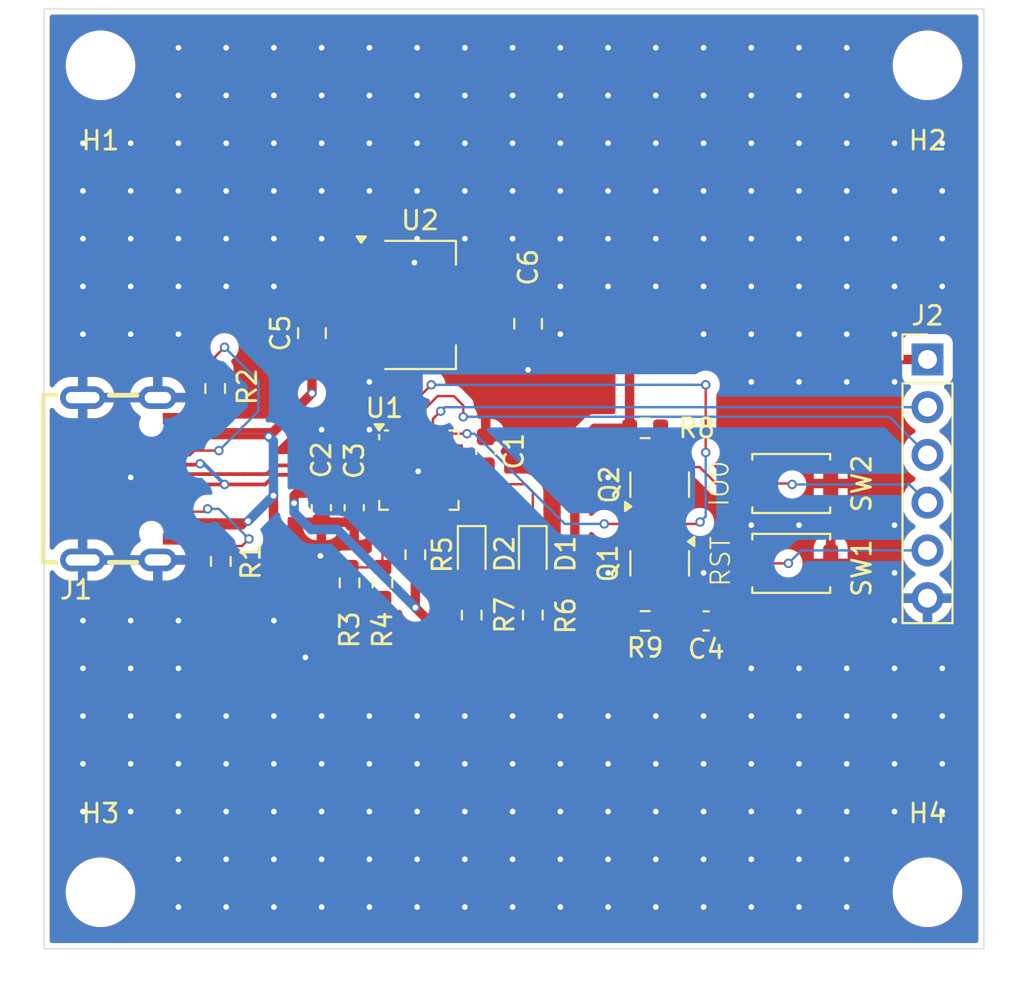
<source format=kicad_pcb>
(kicad_pcb (version 20240108) (generator "pcbnew") (generator_version "8.0")
  (layers (0 "F.Cu" signal) (31 "B.Cu" signal) (34 "B.Paste" user) (35 "F.Paste" user) (36 "B.SilkS" user "B.Silkscreen") (37 "F.SilkS" user "F.Silkscreen") (38 "B.Mask" user) (39 "F.Mask" user) (44 "Edge.Cuts" user))
  (net 0 "")
  (net 1 "GND")
  (net 2 "Net-(U1-VPP)")
  (net 3 "+3V3")
  (net 4 "/RESET")
  (net 5 "+5V")
  (net 6 "Net-(D1-A)")
  (net 7 "Net-(D1-K)")
  (net 8 "Net-(D2-K)")
  (net 9 "Net-(D2-A)")
  (net 11 "/D+")
  (net 12 "/D-")
  (net 13 "Net-(J1-CC1)")
  (net 15 "Net-(J1-CC2)")
  (net 16 "/ESP_RX")
  (net 17 "/ESP_TX")
  (net 18 "/IO0")
  (net 19 "/DTR")
  (net 20 "/RTS")
  (net 21 "Net-(U1-VBUS)")
  (net 22 "Net-(U1-~{RST})")
  (footprint "Capacitor_SMD:C_0603_1608Metric" (layer "F.Cu") (at 91.5 76.5375 -90)
    (property "Reference" "C3")
    (property "Value" "1u")
  )
  (footprint "Resistor_SMD:R_0603_1608Metric" (layer "F.Cu") (at 93 80.5375 90)
    (property "Reference" "R4")
    (property "Value" "47k")
  )
  (footprint "Resistor_SMD:R_0603_1608Metric" (layer "F.Cu") (at 94.75 79.0375 -90)
    (property "Reference" "R5")
    (property "Value" "10k")
  )
  (footprint "Button_Switch_SMD:SW_Push_SPST_NO_Alps_SKRK" (layer "F.Cu") (at 114.75 79.5 180)
    (property "Reference" "SW1")
    (property "Value" "SW_Push")
  )
  (footprint "Resistor_SMD:R_0603_1608Metric" (layer "F.Cu") (at 84.4 79.4 90)
    (property "Reference" "R1")
    (property "Value" "4.7k")
  )
  (footprint "Button_Switch_SMD:SW_Push_SPST_NO_Alps_SKRK" (layer "F.Cu") (at 114.75 75.25 180)
    (property "Reference" "SW2")
    (property "Value" "SW_Push")
  )
  (footprint "Resistor_SMD:R_0603_1608Metric" (layer "F.Cu") (at 106.975 72.3125 180)
    (property "Reference" "R8")
    (property "Value" "10k")
  )
  (footprint "Package_DFN_QFN:QFN-24-1EP_4x4mm_P0.5mm_EP2.6x2.6mm" (layer "F.Cu") (at 94.9375 74.5375)
    (property "Reference" "U1")
    (property "Value" "CP2104")
  )
  (footprint "LED_SMD:LED_0603_1608Metric" (layer "F.Cu") (at 101 79 -90)
    (property "Reference" "D1")
    (property "Value" "LED")
  )
  (footprint "Resistor_SMD:R_0603_1608Metric" (layer "F.Cu") (at 101 82.25 -90)
    (property "Reference" "R6")
    (property "Value" "1k")
  )
  (footprint "Capacitor_SMD:C_0603_1608Metric" (layer "F.Cu") (at 89.75 76.5375 -90)
    (property "Reference" "C2")
    (property "Value" "4.7u")
  )
  (footprint "Package_TO_SOT_SMD:SOT-23" (layer "F.Cu") (at 107.75 75.3125 90)
    (property "Reference" "Q2")
    (property "Value" "BSS138")
  )
  (footprint "Resistor_SMD:R_0603_1608Metric" (layer "F.Cu") (at 91.25 80.5375 -90)
    (property "Reference" "R3")
    (property "Value" "24k")
  )
  (footprint "Capacitor_SMD:C_0805_2012Metric" (layer "F.Cu") (at 89.25 67.25 90)
    (property "Reference" "C5")
    (property "Value" "10u")
  )
  (footprint "taki-library:918-418K2023S40024" (layer "F.Cu") (at 79.5 75 -90)
    (property "Reference" "J1")
    (property "Value" "USB_C_Receptacle_USB2.0")
  )
  (footprint "Resistor_SMD:R_0603_1608Metric" (layer "F.Cu") (at 106.975 82.5625 180)
    (property "Reference" "R9")
    (property "Value" "10k")
  )
  (footprint "Capacitor_SMD:C_0805_2012Metric" (layer "F.Cu") (at 100.75 66.75 -90)
    (property "Reference" "C6")
    (property "Value" "10u")
  )
  (footprint "MountingHole:MountingHole_3.2mm_M3" (layer "F.Cu") (at 122 53)
    (property "Reference" "H2")
    (property "Value" "MountingHole")
  )
  (footprint "Capacitor_SMD:C_0603_1608Metric" (layer "F.Cu") (at 110.225 82.5625)
    (property "Reference" "C4")
    (property "Value" "1000p")
  )
  (footprint "Resistor_SMD:R_0603_1608Metric" (layer "F.Cu") (at 84.1 70.2 90)
    (property "Reference" "R2")
    (property "Value" "4.7k")
  )
  (footprint "Package_TO_SOT_SMD:SOT-223-3_TabPin2" (layer "F.Cu") (at 95 65.75)
    (property "Reference" "U2")
    (property "Value" "LM1117-3.3")
  )
  (footprint "Package_TO_SOT_SMD:SOT-23" (layer "F.Cu") (at 107.75 79.5 -90)
    (property "Reference" "Q1")
    (property "Value" "BSS138")
  )
  (footprint "LED_SMD:LED_0603_1608Metric" (layer "F.Cu") (at 97.75 79 -90)
    (property "Reference" "D2")
    (property "Value" "LED")
  )
  (footprint "MountingHole:MountingHole_3.2mm_M3" (layer "F.Cu") (at 122 97)
    (property "Reference" "H4")
    (property "Value" "MountingHole")
  )
  (footprint "Capacitor_SMD:C_0603_1608Metric" (layer "F.Cu") (at 98.5 73.5375 90)
    (property "Reference" "C1")
    (property "Value" "4.7u")
  )
  (footprint "MountingHole:MountingHole_3.2mm_M3" (layer "F.Cu") (at 78 53)
    (property "Reference" "H1")
    (property "Value" "MountingHole")
  )
  (footprint "MountingHole:MountingHole_3.2mm_M3" (layer "F.Cu") (at 78 97)
    (property "Reference" "H3")
    (property "Value" "MountingHole")
  )
  (footprint "Resistor_SMD:R_0603_1608Metric" (layer "F.Cu") (at 97.75 82.25 -90)
    (property "Reference" "R7")
    (property "Value" "1k")
  )
  (footprint "Connector_PinHeader_2.54mm:PinHeader_1x06_P2.54mm_Vertical" (layer "F.Cu") (at 122 68.65)
    (property "Reference" "J2")
    (property "Value" "Conn_01x06")
  )
  (gr_line (start 75 50) (end 75 100) (stroke (width 0.05)) (layer "Edge.Cuts"))
  (gr_line (start 125 100) (end 125 50) (stroke (width 0.05)) (layer "Edge.Cuts"))
  (gr_line (start 125 50) (end 75 50) (stroke (width 0.05)) (layer "Edge.Cuts"))
  (gr_line (start 75 100) (end 125 100) (stroke (width 0.05)) (layer "Edge.Cuts"))
  (gr_text "RST" (at 111.575 80.8125 90) (layer "F.SilkS") (effects (font (size 1 1) (thickness 0.1)) (justify left bottom)))
  (gr_text "IO0\n" (at 111.5 76.5625 90) (layer "F.SilkS") (effects (font (size 1 1) (thickness 0.1)) (justify left bottom)))
  (segment (start 111 84) (end 110.5 84.5) (width 0.5) (layer "F.Cu") (net 1))
  (segment (start 100.5 69.9) (end 99.1 69.9) (width 0.5) (layer "F.Cu") (net 1))
  (segment (start 94.9375 74.5625) (end 94.9 74.6) (width 0.5) (layer "F.Cu") (net 1))
  (segment (start 83.25 71.35) (end 83.575 71.025) (width 0.3) (layer "F.Cu") (net 1))
  (segment (start 81.05 70.68) (end 82.58 70.68) (width 0.3) (layer "F.Cu") (net 1))
  (segment (start 89.95 63.45) (end 91.85 63.45) (width 0.3) (layer "F.Cu") (net 1))
  (segment (start 89.25 66.3) (end 89.25 64.15) (width 0.3) (layer "F.Cu") (net 1))
  (segment (start 89.75 79.05) (end 89.7 79.1) (width 0.5) (layer "F.Cu") (net 1))
  (segment (start 91.9 63.5) (end 91.85 63.45) (width 0.5) (layer "F.Cu") (net 1))
  (segment (start 122 81.35) (end 117.25 81.35) (width 0.5) (layer "F.Cu") (net 1))
  (segment (start 116.85 79.5) (end 116.85 81.75) (width 0.5) (layer "F.Cu") (net 1))
  (segment (start 100.75 69.2) (end 100.75 69.65) (width 0.5) (layer "F.Cu") (net 1))
  (segment (start 86.4 70.2) (end 86.4 67) (width 0.3) (layer "F.Cu") (net 1))
  (segment (start 82.518 79.318) (end 81.05 79.318) (width 0.3) (layer "F.Cu") (net 1))
  (segment (start 93 84.2) (end 93.3 84.5) (width 0.5) (layer "F.Cu") (net 1))
  (segment (start 116.85 81.75) (end 116.0375 82.5625) (width 0.5) (layer "F.Cu") (net 1))
  (segment (start 83.1 78.2) (end 83.1 78.4) (width 0.3) (layer "F.Cu") (net 1))
  (segment (start 116.85 75.25) (end 116.85 79.5) (width 0.5) (layer "F.Cu") (net 1))
  (segment (start 87.1 66.3) (end 89.25 66.3) (width 0.3) (layer "F.Cu") (net 1))
  (segment (start 116.0375 82.5625) (end 111 82.5625) (width 0.5) (layer "F.Cu") (net 1))
  (segment (start 81.95 71.95) (end 82.65 71.95) (width 0.3) (layer "F.Cu") (net 1))
  (segment (start 77.052 79.318) (end 77.05 79.32) (width 0.3) (layer "F.Cu") (net 1))
  (segment (start 83.1 79.9) (end 83.425 80.225) (width 0.3) (layer "F.Cu") (net 1))
  (segment (start 81.95 78.05) (end 82.95 78.05) (width 0.3) (layer "F.Cu") (net 1))
  (segment (start 100.75 67.7) (end 100.75 69.2) (width 0.5) (layer "F.Cu") (net 1))
  (segment (start 83.425 80.225) (end 84.4 80.225) (width 0.3) (layer "F.Cu") (net 1))
  (segment (start 99.1 69.9) (end 98.5 70.5) (width 0.5) (layer "F.Cu") (net 1))
  (segment (start 93.3 84.5) (end 88.9 84.5) (width 0.5) (layer "F.Cu") (net 1))
  (segment (start 110.5 84.5) (end 93.3 84.5) (width 0.5) (layer "F.Cu") (net 1))
  (segment (start 85.575 71.025) (end 86.4 70.2) (width 0.3) (layer "F.Cu") (net 1))
  (segment (start 86.4 67) (end 87.1 66.3) (width 0.3) (layer "F.Cu") (net 1))
  (segment (start 84.4 83.4) (end 84.4 80.225) (width 0.5) (layer "F.Cu") (net 1))
  (segment (start 98.5 70.5) (end 98.5 72.7625) (width 0.5) (layer "F.Cu") (net 1))
  (segment (start 94.7 63.5) (end 91.9 63.5) (width 0.5) (layer "F.Cu") (net 1))
  (segment (start 89.75 77.3125) (end 89.75 79.05) (width 0.5) (layer "F.Cu") (net 1))
  (segment (start 83.05 78.35) (end 83.1 78.4) (width 0.3) (layer "F.Cu") (net 1))
  (segment (start 81.95 71.95) (end 81.95 71.65) (width 0.3) (layer "F.Cu") (net 1))
  (segment (start 88.9 84.5) (end 85.5 84.5) (width 0.5) (layer "F.Cu") (net 1))
  (segment (start 81.05 70.68) (end 77.05 70.68) (width 0.3) (layer "F.Cu") (net 1))
  (segment (start 85.5 84.5) (end 84.4 83.4) (width 0.5) (layer "F.Cu") (net 1))
  (segment (start 81.95 71.65) (end 82.95 71.65) (width 0.3) (layer "F.Cu") (net 1))
  (segment (start 82.95 78.05) (end 83.1 78.2) (width 0.3) (layer "F.Cu") (net 1))
  (segment (start 83.425 80.225) (end 82.518 79.318) (width 0.3) (layer "F.Cu") (net 1))
  (segment (start 94.9375 74.5375) (end 94.9375 74.5625) (width 0.5) (layer "F.Cu") (net 1))
  (segment (start 83.575 71.025) (end 84.1 71.025) (width 0.3) (layer "F.Cu") (net 1))
  (segment (start 82.58 70.68) (end 83.25 71.35) (width 0.3) (layer "F.Cu") (net 1))
  (segment (start 82.95 71.65) (end 83.25 71.35) (width 0.3) (layer "F.Cu") (net 1))
  (segment (start 93 73.7875) (end 94.1875 73.7875) (width 0.127) (layer "F.Cu") (net 1))
  (segment (start 93 81.3625) (end 93 84.2) (width 0.5) (layer "F.Cu") (net 1))
  (segment (start 81.05 79.318) (end 77.052 79.318) (width 0.3) (layer "F.Cu") (net 1))
  (segment (start 84.1 71.025) (end 85.575 71.025) (width 0.3) (layer "F.Cu") (net 1))
  (segment (start 83.1 78.4) (end 83.1 79.9) (width 0.3) (layer "F.Cu") (net 1))
  (segment (start 100.75 69.65) (end 100.5 69.9) (width 0.5) (layer "F.Cu") (net 1))
  (segment (start 117.25 81.35) (end 116.85 81.75) (width 0.5) (layer "F.Cu") (net 1))
  (segment (start 111 82.5625) (end 111 84) (width 0.5) (layer "F.Cu") (net 1))
  (segment (start 81.95 78.35) (end 83.05 78.35) (width 0.3) (layer "F.Cu") (net 1))
  (segment (start 82.65 71.95) (end 82.95 71.65) (width 0.3) (layer "F.Cu") (net 1))
  (segment (start 89.25 64.15) (end 89.95 63.45) (width 0.3) (layer "F.Cu") (net 1))
  (segment (start 89.75 77.3125) (end 91.5 77.3125) (width 0.5) (layer "F.Cu") (net 1))
  (via (at 112.625 59.685) (size 0.5) (drill 0.3) (layers "F.Cu" "B.Cu") (net 1))
  (via (at 102.465 95.245) (size 0.5) (drill 0.3) (layers "F.Cu" "B.Cu") (net 1))
  (via (at 87.225 59.685) (size 0.5) (drill 0.3) (layers "F.Cu" "B.Cu") (net 1))
  (via (at 94.845 62.225) (size 0.5) (drill 0.3) (layers "F.Cu" "B.Cu") (net 1))
  (via (at 79.605 64.765) (size 0.5) (drill 0.3) (layers "F.Cu" "B.Cu") (net 1))
  (via (at 117.705 85.085) (size 0.5) (drill 0.3) (layers "F.Cu" "B.Cu") (net 1))
  (via (at 84.685 92.705) (size 0.5) (drill 0.3) (layers "F.Cu" "B.Cu") (net 1))
  (via (at 115.165 62.225) (size 0.5) (drill 0.3) (layers "F.Cu" "B.Cu") (net 1))
  (via (at 97.385 90.165) (size 0.5) (drill 0.3) (layers "F.Cu" "B.Cu") (net 1))
  (via (at 112.625 62.225) (size 0.5) (drill 0.3) (layers "F.Cu" "B.Cu") (net 1))
  (via (at 97.385 87.625) (size 0.5) (drill 0.3) (layers "F.Cu" "B.Cu") (net 1))
  (via (at 94.845 87.625) (size 0.5) (drill 0.3) (layers "F.Cu" "B.Cu") (net 1))
  (via (at 120.245 67.305) (size 0.5) (drill 0.3) (layers "F.Cu" "B.Cu") (net 1))
  (via (at 97.385 52.065) (size 0.5) (drill 0.3) (layers "F.Cu" "B.Cu") (net 1))
  (via (at 94.845 52.065) (size 0.5) (drill 0.3) (layers "F.Cu" "B.Cu") (net 1))
  (via (at 105.005 52.065) (size 0.5) (drill 0.3) (layers "F.Cu" "B.Cu") (net 1))
  (via (at 82.145 97.785) (size 0.5) (drill 0.3) (layers "F.Cu" "B.Cu") (net 1))
  (via (at 122.785 59.685) (size 0.5) (drill 0.3) (layers "F.Cu" "B.Cu") (net 1))
  (via (at 87.225 64.765) (size 0.5) (drill 0.3) (layers "F.Cu" "B.Cu") (net 1))
  (via (at 82.145 82.545) (size 0.5) (drill 0.3) (layers "F.Cu" "B.Cu") (net 1))
  (via (at 110.085 57.145) (size 0.5) (drill 0.3) (layers "F.Cu" "B.Cu") (net 1))
  (via (at 82.145 90.165) (size 0.5) (drill 0.3) (layers "F.Cu" "B.Cu") (net 1))
  (via (at 115.165 54.605) (size 0.5) (drill 0.3) (layers "F.Cu" "B.Cu") (net 1))
  (via (at 77.065 90.165) (size 0.5) (drill 0.3) (layers "F.Cu" "B.Cu") (net 1))
  (via (at 94.845 92.705) (size 0.5) (drill 0.3) (layers "F.Cu" "B.Cu") (net 1))
  (via (at 117.705 90.165) (size 0.5) (drill 0.3) (layers "F.Cu" "B.Cu") (net 1))
  (via (at 115.165 52.065) (size 0.5) (drill 0.3) (layers "F.Cu" "B.Cu") (net 1))
  (via (at 94.845 90.165) (size 0.5) (drill 0.3) (layers "F.Cu" "B.Cu") (net 1))
  (via (at 110.085 80.005) (size 0.5) (drill 0.3) (layers "F.Cu" "B.Cu") (net 1))
  (via (at 89.765 59.685) (size 0.5) (drill 0.3) (layers "F.Cu" "B.Cu") (net 1))
  (via (at 110.085 90.165) (size 0.5) (drill 0.3) (layers "F.Cu" "B.Cu") (net 1))
  (via (at 89.765 95.245) (size 0.5) (drill 0.3) (layers "F.Cu" "B.Cu") (net 1))
  (via (at 77.065 82.545) (size 0.5) (drill 0.3) (layers "F.Cu" "B.Cu") (net 1))
  (via (at 105.005 80.005) (size 0.5) (drill 0.3) (layers "F.Cu" "B.Cu") (net 1))
  (via (at 87.225 52.065) (size 0.5) (drill 0.3) (layers "F.Cu" "B.Cu") (net 1))
  (via (at 107.545 87.625) (size 0.5) (drill 0.3) (layers "F.Cu" "B.Cu") (net 1))
  (via (at 84.685 62.225) (size 0.5) (drill 0.3) (layers "F.Cu" "B.Cu") (net 1))
  (via (at 77.065 59.685) (size 0.5) (drill 0.3) (layers "F.Cu" "B.Cu") (net 1))
  (via (at 89.765 92.705) (size 0.5) (drill 0.3) (layers "F.Cu" "B.Cu") (net 1))
  (via (at 92.305 95.245) (size 0.5) (drill 0.3) (layers "F.Cu" "B.Cu") (net 1))
  (via (at 120.245 59.685) (size 0.5) (drill 0.3) (layers "F.Cu" "B.Cu") (net 1))
  (via (at 102.465 59.685) (size 0.5) (drill 0.3) (layers "F.Cu" "B.Cu") (net 1))
  (via (at 82.145 85.085) (size 0.5) (drill 0.3) (layers "F.Cu" "B.Cu") (net 1))
  (via (at 105.005 97.785) (size 0.5) (drill 0.3) (layers "F.Cu" "B.Cu") (net 1))
  (via (at 115.165 85.085) (size 0.5) (drill 0.3) (layers "F.Cu" "B.Cu") (net 1))
  (via (at 105.005 87.625) (size 0.5) (drill 0.3) (layers "F.Cu" "B.Cu") (net 1))
  (via (at 122.785 87.625) (size 0.5) (drill 0.3) (layers "F.Cu" "B.Cu") (net 1))
  (via (at 92.305 59.685) (size 0.5) (drill 0.3) (layers "F.Cu" "B.Cu") (net 1))
  (via (at 115.165 69.845) (size 0.5) (drill 0.3) (layers "F.Cu" "B.Cu") (net 1))
  (via (at 105.005 90.165) (size 0.5) (drill 0.3) (layers "F.Cu" "B.Cu") (net 1))
  (via (at 77.065 87.625) (size 0.5) (drill 0.3) (layers "F.Cu" "B.Cu") (net 1))
  (via (at 89.765 54.605) (size 0.5) (drill 0.3) (layers "F.Cu" "B.Cu") (net 1))
  (via (at 122.785 90.165) (size 0.5) (drill 0.3) (layers "F.Cu" "B.Cu") (net 1))
  (via (at 107.545 90.165) (size 0.5) (drill 0.3) (layers "F.Cu" "B.Cu") (net 1))
  (via (at 122.785 57.145) (size 0.5) (drill 0.3) (layers "F.Cu" "B.Cu") (net 1))
  (via (at 107.545 54.605) (size 0.5) (drill 0.3) (layers "F.Cu" "B.Cu") (net 1))
  (via (at 105.005 59.685) (size 0.5) (drill 0.3) (layers "F.Cu" "B.Cu") (net 1))
  (via (at 105.005 74.925) (size 0.5) (drill 0.3) (layers "F.Cu" "B.Cu") (net 1))
  (via (at 99.925 62.225) (size 0.5) (drill 0.3) (layers "F.Cu" "B.Cu") (net 1))
  (via (at 105.005 95.245) (size 0.5) (drill 0.3) (layers "F.Cu" "B.Cu") (net 1))
  (via (at 82.145 57.145) (size 0.5) (drill 0.3) (layers "F.Cu" "B.Cu") (net 1))
  (via (at 117.705 95.245) (size 0.5) (drill 0.3) (layers "F.Cu" "B.Cu") (net 1))
  (via (at 82.145 95.245) (size 0.5) (drill 0.3) (layers "F.Cu" "B.Cu") (net 1))
  (via (at 107.545 97.785) (size 0.5) (drill 0.3) (layers "F.Cu" "B.Cu") (net 1))
  (via (at 99.925 54.605) (size 0.5) (drill 0.3) (layers "F.Cu" "B.Cu") (net 1))
  (via (at 107.545 52.065) (size 0.5) (drill 0.3) (layers "F.Cu" "B.Cu") (net 1))
  (via (at 82.145 87.625) (size 0.5) (drill 0.3) (layers "F.Cu" "B.Cu") (net 1))
  (via (at 117.705 92.705) (size 0.5) (drill 0.3) (layers "F.Cu" "B.Cu") (net 1))
  (via (at 102.465 97.785) (size 0.5) (drill 0.3) (layers "F.Cu" "B.Cu") (net 1))
  (via (at 122.785 85.085) (size 0.5) (drill 0.3) (layers "F.Cu" "B.Cu") (net 1))
  (via (at 112.625 95.245) (size 0.5) (drill 0.3) (layers "F.Cu" "B.Cu") (net 1))
  (via (at 102.465 52.065) (size 0.5) (drill 0.3) (layers "F.Cu" "B.Cu") (net 1))
  (via (at 117.705 97.785) (size 0.5) (drill 0.3) (layers "F.Cu" "B.Cu") (net 1))
  (via (at 94.845 59.685) (size 0.5) (drill 0.3) (layers "F.Cu" "B.Cu") (net 1))
  (via (at 117.705 57.145) (size 0.5) (drill 0.3) (layers "F.Cu" "B.Cu") (net 1))
  (via (at 110.085 97.785) (size 0.5) (drill 0.3) (layers "F.Cu" "B.Cu") (net 1))
  (via (at 102.465 67.305) (size 0.5) (drill 0.3) (layers "F.Cu" "B.Cu") (net 1))
  (via (at 92.305 57.145) (size 0.5) (drill 0.3) (layers "F.Cu" "B.Cu") (net 1))
  (via (at 107.545 62.225) (size 0.5) (drill 0.3) (layers "F.Cu" "B.Cu") (net 1))
  (via (at 77.065 92.705) (size 0.5) (drill 0.3) (layers "F.Cu" "B.Cu") (net 1))
  (via (at 87.225 62.225) (size 0.5) (drill 0.3) (layers "F.Cu" "B.Cu") (net 1))
  (via (at 94.845 97.785) (size 0.5) (drill 0.3) (layers "F.Cu" "B.Cu") (net 1))
  (via (at 102.465 62.225) (size 0.5) (drill 0.3) (layers "F.Cu" "B.Cu") (net 1))
  (via (at 92.305 54.605) (size 0.5) (drill 0.3) (layers "F.Cu" "B.Cu") (net 1))
  (via (at 112.625 67.305) (size 0.5) (drill 0.3) (layers "F.Cu" "B.Cu") (net 1))
  (via (at 112.625 52.065) (size 0.5) (drill 0.3) (layers "F.Cu" "B.Cu") (net 1))
  (via (at 92.305 92.705) (size 0.5) (drill 0.3) (layers "F.Cu" "B.Cu") (net 1))
  (via (at 120.245 69.845) (size 0.5) (drill 0.3) (layers "F.Cu" "B.Cu") (net 1))
  (via (at 99.925 95.245) (size 0.5) (drill 0.3) (layers "F.Cu" "B.Cu") (net 1))
  (via (at 79.605 87.625) (size 0.5) (drill 0.3) (layers "F.Cu" "B.Cu") (net 1))
  (via (at 79.605 90.165) (size 0.5) (drill 0.3) (layers "F.Cu" "B.Cu") (net 1))
  (via (at 87.225 54.605) (size 0.5) (drill 0.3) (layers "F.Cu" "B.Cu") (net 1))
  (via (at 115.165 87.625) (size 0.5) (drill 0.3) (layers "F.Cu" "B.Cu") (net 1))
  (via (at 79.605 92.705) (size 0.5) (drill 0.3) (layers "F.Cu" "B.Cu") (net 1))
  (via (at 110.085 87.625) (size 0.5) (drill 0.3) (layers "F.Cu" "B.Cu") (net 1))
  (via (at 117.705 54.605) (size 0.5) (drill 0.3) (layers "F.Cu" "B.Cu") (net 1))
  (via (at 120.245 90.165) (size 0.5) (drill 0.3) (layers "F.Cu" "B.Cu") (net 1))
  (via (at 82.145 62.225) (size 0.5) (drill 0.3) (layers "F.Cu" "B.Cu") (net 1))
  (via (at 117.705 87.625) (size 0.5) (drill 0.3) (layers "F.Cu" "B.Cu") (net 1))
  (via (at 105.005 54.605) (size 0.5) (drill 0.3) (layers "F.Cu" "B.Cu") (net 1))
  (via (at 117.705 67.305) (size 0.5) (drill 0.3) (layers "F.Cu" "B.Cu") (net 1))
  (via (at 92.305 87.625) (size 0.5) (drill 0.3) (layers "F.Cu" "B.Cu") (net 1))
  (via (at 94.845 95.245) (size 0.5) (drill 0.3) (layers "F.Cu" "B.Cu") (net 1))
  (via (at 92.305 90.165) (size 0.5) (drill 0.3) (layers "F.Cu" "B.Cu") (net 1))
  (via (at 94.9 74.6) (size 0.5) (drill 0.3) (layers "F.Cu" "B.Cu") (net 1))
  (via (at 87.225 82.545) (size 0.5) (drill 0.3) (layers "F.Cu" "B.Cu") (net 1))
  (via (at 112.625 87.625) (size 0.5) (drill 0.3) (layers "F.Cu" "B.Cu") (net 1))
  (via (at 89.7 79.1) (size 0.5) (drill 0.3) (layers "F.Cu" "B.Cu") (net 1))
  (via (at 89.765 87.625) (size 0.5) (drill 0.3) (layers "F.Cu" "B.Cu") (net 1))
  (via (at 120.245 57.145) (size 0.5) (drill 0.3) (layers "F.Cu" "B.Cu") (net 1))
  (via (at 102.465 54.605) (size 0.5) (drill 0.3) (layers "F.Cu" "B.Cu") (net 1))
  (via (at 110.085 67.305) (size 0.5) (drill 0.3) (layers "F.Cu" "B.Cu") (net 1))
  (via (at 77.065 67.305) (size 0.5) (drill 0.3) (layers "F.Cu" "B.Cu") (net 1))
  (via (at 84.685 57.145) (size 0.5) (drill 0.3) (layers "F.Cu" "B.Cu") (net 1))
  (via (at 102.465 57.145) (size 0.5) (drill 0.3) (layers "F.Cu" "B.Cu") (net 1))
  (via (at 79.605 57.145) (size 0.5) (drill 0.3) (layers "F.Cu" "B.Cu") (net 1))
  (via (at 107.545 95.245) (size 0.5) (drill 0.3) (layers "F.Cu" "B.Cu") (net 1))
  (via (at 99.925 92.705) (size 0.5) (drill 0.3) (layers "F.Cu" "B.Cu") (net 1))
  (via (at 89.765 62.225) (size 0.5) (drill 0.3) (layers "F.Cu" "B.Cu") (net 1))
  (via (at 120.245 64.765) (size 0.5) (drill 0.3) (layers "F.Cu" "B.Cu") (net 1))
  (via (at 110.085 95.245) (size 0.5) (drill 0.3) (layers "F.Cu" "B.Cu") (net 1))
  (via (at 117.705 59.685) (size 0.5) (drill 0.3) (layers "F.Cu" "B.Cu") (net 1))
  (via (at 105.005 92.705) (size 0.5) (drill 0.3) (layers "F.Cu" "B.Cu") (net 1))
  (via (at 112.625 97.785) (size 0.5) (drill 0.3) (layers "F.Cu" "B.Cu") (net 1))
  (via (at 82.145 59.685) (size 0.5) (drill 0.3) (layers "F.Cu" "B.Cu") (net 1))
  (via (at 82.145 52.065) (size 0.5) (drill 0.3) (layers "F.Cu" "B.Cu") (net 1))
  (via (at 79.605 82.545) (size 0.5) (drill 0.3) (layers "F.Cu" "B.Cu") (net 1))
  (via (at 120.245 85.085) (size 0.5) (drill 0.3) (layers "F.Cu" "B.Cu") (net 1))
  (via (at 87.225 95.245) (size 0.5) (drill 0.3) (layers "F.Cu" "B.Cu") (net 1))
  (via (at 79.605 59.685) (size 0.5) (drill 0.3) (layers "F.Cu" "B.Cu") (net 1))
  (via (at 77.065 57.145) (size 0.5) (drill 0.3) (layers "F.Cu" "B.Cu") (net 1))
  (via (at 89.765 72.385) (size 0.5) (drill 0.3) (layers "F.Cu" "B.Cu") (net 1))
  (via (at 84.685 90.165) (size 0.5) (drill 0.3) (layers "F.Cu" "B.Cu") (net 1))
  (via (at 79.605 67.305) (size 0.5) (drill 0.3) (layers "F.Cu" "B.Cu") (net 1))
  (via (at 112.625 54.605) (size 0.5) (drill 0.3) (layers "F.Cu" "B.Cu") (net 1))
  (via (at 110.085 52.065) (size 0.5) (drill 0.3) (layers "F.Cu" "B.Cu") (net 1))
  (via (at 84.685 52.065) (size 0.5) (drill 0.3) (layers "F.Cu" "B.Cu") (net 1))
  (via (at 99.925 57.145) (size 0.5) (drill 0.3) (layers "F.Cu" "B.Cu") (net 1))
  (via (at 87.225 90.165) (size 0.5) (drill 0.3) (layers "F.Cu" "B.Cu") (net 1))
  (via (at 110.085 92.705) (size 0.5) (drill 0.3) (layers "F.Cu" "B.Cu") (net 1))
  (via (at 97.385 97.785) (size 0.5) (drill 0.3) (layers "F.Cu" "B.Cu") (net 1))
  (via (at 115.165 95.245) (size 0.5) (drill 0.3) (layers "F.Cu" "B.Cu") (net 1))
  (via (at 120.245 92.705) (size 0.5) (drill 0.3) (layers "F.Cu" "B.Cu") (net 1))
  (via (at 94.7 63.5) (size 0.5) (drill 0.3) (layers "F.Cu" "B.Cu") (net 1))
  (via (at 120.245 82.545) (size 0.5) (drill 0.3) (layers "F.Cu" "B.Cu") (net 1))
  (via (at 92.305 52.065) (size 0.5) (drill 0.3) (layers "F.Cu" "B.Cu") (net 1))
  (via (at 102.465 64.765) (size 0.5) (drill 0.3) (layers "F.Cu" "B.Cu") (net 1))
  (via (at 77.065 64.765) (size 0.5) (drill 0.3) (layers "F.Cu" "B.Cu") (net 1))
  (via (at 107.545 92.705) (size 0.5) (drill 0.3) (layers "F.Cu" "B.Cu") (net 1))
  (via (at 117.705 52.065) (size 0.5) (drill 0.3) (layers "F.Cu" "B.Cu") (net 1))
  (via (at 77.065 85.085) (size 0.5) (drill 0.3) (layers "F.Cu" "B.Cu") (net 1))
  (via (at 107.545 59.685) (size 0.5) (drill 0.3) (layers "F.Cu" "B.Cu") (net 1))
  (via (at 94.845 54.605) (size 0.5) (drill 0.3) (layers "F.Cu" "B.Cu") (net 1))
  (via (at 82.145 67.305) (size 0.5) (drill 0.3) (layers "F.Cu" "B.Cu") (net 1))
  (via (at 112.625 92.705) (size 0.5) (drill 0.3) (layers "F.Cu" "B.Cu") (net 1))
  (via (at 122.785 62.225) (size 0.5) (drill 0.3) (layers "F.Cu" "B.Cu") (net 1))
  (via (at 107.545 57.145) (size 0.5) (drill 0.3) (layers "F.Cu" "B.Cu") (net 1))
  (via (at 89.765 52.065) (size 0.5) (drill 0.3) (layers "F.Cu" "B.Cu") (net 1))
  (via (at 82.145 64.765) (size 0.5) (drill 0.3) (layers "F.Cu" "B.Cu") (net 1))
  (via (at 82.145 54.605) (size 0.5) (drill 0.3) (layers "F.Cu" "B.Cu") (net 1))
  (via (at 117.705 69.845) (size 0.5) (drill 0.3) (layers "F.Cu" "B.Cu") (net 1))
  (via (at 94.845 57.145) (size 0.5) (drill 0.3) (layers "F.Cu" "B.Cu") (net 1))
  (via (at 115.165 59.685) (size 0.5) (drill 0.3) (layers "F.Cu" "B.Cu") (net 1))
  (via (at 112.625 57.145) (size 0.5) (drill 0.3) (layers "F.Cu" "B.Cu") (net 1))
  (via (at 97.385 59.685) (size 0.5) (drill 0.3) (layers "F.Cu" "B.Cu") (net 1))
  (via (at 115.165 90.165) (size 0.5) (drill 0.3) (layers "F.Cu" "B.Cu") (net 1))
  (via (at 115.165 57.145) (size 0.5) (drill 0.3) (layers "F.Cu" "B.Cu") (net 1))
  (via (at 99.925 52.065) (size 0.5) (drill 0.3) (layers "F.Cu" "B.Cu") (net 1))
  (via (at 97.385 92.705) (size 0.5) (drill 0.3) (layers "F.Cu" "B.Cu") (net 1))
  (via (at 97.385 57.145) (size 0.5) (drill 0.3) (layers "F.Cu" "B.Cu") (net 1))
  (via (at 99.925 97.785) (size 0.5) (drill 0.3) (layers "F.Cu" "B.Cu") (net 1))
  (via (at 97.385 54.605) (size 0.5) (drill 0.3) (layers "F.Cu" "B.Cu") (net 1))
  (via (at 97.385 95.245) (size 0.5) (drill 0.3) (layers "F.Cu" "B.Cu") (net 1))
  (via (at 120.245 80.005) (size 0.5) (drill 0.3) (layers "F.Cu" "B.Cu") (net 1))
  (via (at 102.465 92.705) (size 0.5) (drill 0.3) (layers "F.Cu" "B.Cu") (net 1))
  (via (at 110.085 62.225) (size 0.5) (drill 0.3) (layers "F.Cu" "B.Cu") (net 1))
  (via (at 102.465 87.625) (size 0.5) (drill 0.3) (layers "F.Cu" "B.Cu") (net 1))
  (via (at 122.785 92.705) (size 0.5) (drill 0.3) (layers "F.Cu" "B.Cu") (net 1))
  (via (at 105.005 64.765) (size 0.5) (drill 0.3) (layers "F.Cu" "B.Cu") (net 1))
  (via (at 92.305 97.785) (size 0.5) (drill 0.3) (layers "F.Cu" "B.Cu") (net 1))
  (via (at 110.085 64.765) (size 0.5) (drill 0.3) (layers "F.Cu" "B.Cu") (net 1))
  (via (at 112.625 90.165) (size 0.5) (drill 0.3) (layers "F.Cu" "B.Cu") (net 1))
  (via (at 115.165 92.705) (size 0.5) (drill 0.3) (layers "F.Cu" "B.Cu") (net 1))
  (via (at 112.625 69.845) (size 0.5) (drill 0.3) (layers "F.Cu" "B.Cu") (net 1))
  (via (at 87.225 57.145) (size 0.5) (drill 0.3) (layers "F.Cu" "B.Cu") (net 1))
  (via (at 97.385 62.225) (size 0.5) (drill 0.3) (layers "F.Cu" "B.Cu") (net 1))
  (via (at 102.465 90.165) (size 0.5) (drill 0.3) (layers "F.Cu" "B.Cu") (net 1))
  (via (at 110.085 54.605) (size 0.5) (drill 0.3) (layers "F.Cu" "B.Cu") (net 1))
  (via (at 79.605 74.925) (size 0.5) (drill 0.3) (layers "F.Cu" "B.Cu") (net 1))
  (via (at 87.225 92.705) (size 0.5) (drill 0.3) (layers "F.Cu" "B.Cu") (net 1))
  (via (at 87.225 97.785) (size 0.5) (drill 0.3) (layers "F.Cu" "B.Cu") (net 1))
  (via (at 89.765 90.165) (size 0.5) (drill 0.3) (layers "F.Cu" "B.Cu") (net 1))
  (via (at 110.085 59.685) (size 0.5) (drill 0.3) (layers "F.Cu" "B.Cu") (net 1))
  (via (at 112.625 64.765) (size 0.5) (drill 0.3) (layers "F.Cu" "B.Cu") (net 1))
  (via (at 84.685 64.765) (size 0.5) (drill 0.3) (layers "F.Cu" "B.Cu") (net 1))
  (via (at 79.605 85.085) (size 0.5) (drill 0.3) (layers "F.Cu" "B.Cu") (net 1))
  (via (at 105.005 57.145) (size 0.5) (drill 0.3) (layers "F.Cu" "B.Cu") (net 1))
  (via (at 107.545 64.765) (size 0.5) (drill 0.3) (layers "F.Cu" "B.Cu") (net 1))
  (via (at 88.9 84.5) (size 0.5) (drill 0.3) (layers "F.Cu" "B.Cu") (net 1))
  (via (at 105.005 62.225) (size 0.5) (drill 0.3) (layers "F.Cu" "B.Cu") (net 1))
  (via (at 84.685 95.245) (size 0.5) (drill 0.3) (layers "F.Cu" "B.Cu") (net 1))
  (via (at 115.165 67.305) (size 0.5) (drill 0.3) (layers "F.Cu" "B.Cu") (net 1))
  (via (at 99.925 87.625) (size 0.5) (drill 0.3) (layers "F.Cu" "B.Cu") (net 1))
  (via (at 122.785 64.765) (size 0.5) (drill 0.3) (layers "F.Cu" "B.Cu") (net 1))
  (via (at 115.165 64.765) (size 0.5) (drill 0.3) (layers "F.Cu" "B.Cu") (net 1))
  (via (at 77.065 62.225) (size 0.5) (drill 0.3) (layers "F.Cu" "B.Cu") (net 1))
  (via (at 82.145 92.705) (size 0.5) (drill 0.3) (layers "F.Cu" "B.Cu") (net 1))
  (via (at 99.925 59.685) (size 0.5) (drill 0.3) (layers "F.Cu" "B.Cu") (net 1))
  (via (at 87.225 87.625) (size 0.5) (drill 0.3) (layers "F.Cu" "B.Cu") (net 1))
  (via (at 117.705 62.225) (size 0.5) (drill 0.3) (layers "F.Cu" "B.Cu") (net 1))
  (via (at 89.765 57.145) (size 0.5) (drill 0.3) (layers "F.Cu" "B.Cu") (net 1))
  (via (at 117.705 64.765) (size 0.5) (drill 0.3) (layers "F.Cu" "B.Cu") (net 1))
  (via (at 115.165 77.465) (size 0.5) (drill 0.3) (layers "F.Cu" "B.Cu") (net 1))
  (via (at 84.685 87.625) (size 0.5) (drill 0.3) (layers "F.Cu" "B.Cu") (net 1))
  (via (at 99.925 90.165) (size 0.5) (drill 0.3) (layers "F.Cu" "B.Cu") (net 1))
  (via (at 79.605 62.225) (size 0.5) (drill 0.3) (layers "F.Cu" "B.Cu") (net 1))
  (via (at 89.765 97.785) (size 0.5) (drill 0.3) (layers "F.Cu" "B.Cu") (net 1))
  (via (at 92.305 69.845) (size 0.5) (drill 0.3) (layers "F.Cu" "B.Cu") (net 1))
  (via (at 84.685 59.685) (size 0.5) (drill 0.3) (layers "F.Cu" "B.Cu") (net 1))
  (via (at 115.165 97.785) (size 0.5) (drill 0.3) (layers "F.Cu" "B.Cu") (net 1))
  (via (at 120.245 77.465) (size 0.5) (drill 0.3) (layers "F.Cu" "B.Cu") (net 1))
  (via (at 92.305 72.385) (size 0.5) (drill 0.3) (layers "F.Cu" "B.Cu") (net 1))
  (via (at 112.625 85.085) (size 0.5) (drill 0.3) (layers "F.Cu" "B.Cu") (net 1))
  (via (at 84.685 54.605) (size 0.5) (drill 0.3) (layers "F.Cu" "B.Cu") (net 1))
  (via (at 84.685 97.785) (size 0.5) (drill 0.3) (layers "F.Cu" "B.Cu") (net 1))
  (via (at 120.245 87.625) (size 0.5) (drill 0.3) (layers "F.Cu" "B.Cu") (net 1))
  (via (at 120.245 62.225) (size 0.5) (drill 0.3) (layers "F.Cu" "B.Cu") (net 1))
  (via (at 100.75 69.2) (size 0.5) (drill 0.3) (layers "F.Cu" "B.Cu") (net 1))
  (via (at 112.625 77.465) (size 0.5) (drill 0.3) (layers "F.Cu" "B.Cu") (net 1))
  (segment (start 94.9 63.7) (end 94.7 63.5) (width 0.5) (layer "B.Cu") (net 1))
  (segment (start 89.7 79.1) (end 88.9 79.9) (width 0.5) (layer "B.Cu") (net 1))
  (segment (start 94.9 69.2) (end 94.9 63.7) (width 0.5) (layer "B.Cu") (net 1))
  (segment (start 88.9 79.9) (end 88.9 84.5) (width 0.5) (layer "B.Cu") (net 1))
  (segment (start 94.9 69.2) (end 100.75 69.2) (width 0.5) (layer "B.Cu") (net 1))
  (segment (start 77.05 70.68) (end 77.05 79.32) (width 0.3) (layer "B.Cu") (net 1))
  (segment (start 94.9 74.6) (end 94.9 69.2) (width 0.5) (layer "B.Cu") (net 1))
  (segment (start 98.475 74.2875) (end 98.5 74.3125) (width 0.127) (layer "F.Cu") (net 2))
  (segment (start 96.875 74.2875) (end 98.475 74.2875) (width 0.127) (layer "F.Cu") (net 2))
  (segment (start 93 75.7875) (end 91.525 75.7875) (width 0.127) (layer "F.Cu") (net 3))
  (segment (start 94.75 79.8625) (end 94.75 81.85) (width 0.5) (layer "F.Cu") (net 3))
  (segment (start 106.15 67.45) (end 107.35 68.65) (width 0.5) (layer "F.Cu") (net 3))
  (segment (start 107.35 68.65) (end 122 68.65) (width 0.5) (layer "F.Cu") (net 3))
  (segment (start 88.3 75.9) (end 88.4375 75.7625) (width 0.5) (layer "F.Cu") (net 3))
  (segment (start 106.15 72.3125) (end 106.15 67.45) (width 0.5) (layer "F.Cu") (net 3))
  (segment (start 98.15 65.75) (end 100.7 65.75) (width 0.5) (layer "F.Cu") (net 3))
  (segment (start 93.175 76.475) (end 93.6875 76.475) (width 0.127) (layer "F.Cu") (net 3))
  (segment (start 97.75 83.075) (end 101 83.075) (width 0.5) (layer "F.Cu") (net 3))
  (segment (start 93 76.3) (end 93.175 76.475) (width 0.127) (layer "F.Cu") (net 3))
  (segment (start 91.85 65.75) (end 98.15 65.75) (width 0.5) (layer "F.Cu") (net 3))
  (segment (start 89.75 75.7625) (end 91.5 75.7625) (width 0.5) (layer "F.Cu") (net 3))
  (segment (start 102.725 83.075) (end 103.2375 82.5625) (width 0.5) (layer "F.Cu") (net 3))
  (segment (start 101 83.075) (end 102.725 83.075) (width 0.5) (layer "F.Cu") (net 3))
  (segment (start 103.2375 82.5625) (end 106.15 82.5625) (width 0.5) (layer "F.Cu") (net 3))
  (segment (start 100.7 65.75) (end 100.75 65.8) (width 0.5) (layer "F.Cu") (net 3))
  (segment (start 88.3 76.3) (end 88.3 75.9) (width 0.5) (layer "F.Cu") (net 3))
  (segment (start 104.2875 72.3125) (end 106.15 72.3125) (width 0.5) (layer "F.Cu") (net 3))
  (segment (start 88.4375 75.7625) (end 89.75 75.7625) (width 0.5) (layer "F.Cu") (net 3))
  (segment (start 106.15 67.45) (end 104.5 65.8) (width 0.5) (layer "F.Cu") (net 3))
  (segment (start 94.75 81.85) (end 95.975 83.075) (width 0.5) (layer "F.Cu") (net 3))
  (segment (start 103.2375 82.5625) (end 103.2375 73.3625) (width 0.5) (layer "F.Cu") (net 3))
  (segment (start 103.2375 73.3625) (end 104.2875 72.3125) (width 0.5) (layer "F.Cu") (net 3))
  (segment (start 93 75.2875) (end 93 75.7875) (width 0.127) (layer "F.Cu") (net 3))
  (segment (start 91.525 75.7875) (end 91.5 75.7625) (width 0.127) (layer "F.Cu") (net 3))
  (segment (start 93 75.7875) (end 93 76.3) (width 0.127) (layer "F.Cu") (net 3))
  (segment (start 95.975 83.075) (end 97.75 83.075) (width 0.5) (layer "F.Cu") (net 3))
  (segment (start 104.5 65.8) (end 100.75 65.8) (width 0.5) (layer "F.Cu") (net 3))
  (via (at 88.3 76.3) (size 0.5) (drill 0.3) (layers "F.Cu" "B.Cu") (net 3))
  (via (at 94.75 81.85) (size 0.5) (drill 0.3) (layers "F.Cu" "B.Cu") (net 3))
  (segment (start 90.7 77.8) (end 90.6 77.7) (width 0.5) (layer "B.Cu") (net 3))
  (segment (start 88.3 76.8) (end 88.3 76.3) (width 0.5) (layer "B.Cu") (net 3))
  (segment (start 90.6 77.7) (end 89.2 77.7) (width 0.5) (layer "B.Cu") (net 3))
  (segment (start 89.2 77.7) (end 88.3 76.8) (width 0.5) (layer "B.Cu") (net 3))
  (segment (start 94.75 81.85) (end 90.7 77.8) (width 0.5) (layer "B.Cu") (net 3))
  (segment (start 112.65 79.5) (end 114.6 79.5) (width 0.127) (layer "F.Cu") (net 4))
  (segment (start 107.75 80.4375) (end 107.75 82.5125) (width 0.127) (layer "F.Cu") (net 4))
  (segment (start 109.45 81.55) (end 110 81) (width 0.127) (layer "F.Cu") (net 4))
  (segment (start 111 80.75) (end 111 80) (width 0.127) (layer "F.Cu") (net 4))
  (segment (start 110 81) (end 110.75 81) (width 0.127) (layer "F.Cu") (net 4))
  (segment (start 111.5 79.5) (end 112.65 79.5) (width 0.127) (layer "F.Cu") (net 4))
  (segment (start 111 80) (end 111.5 79.5) (width 0.127) (layer "F.Cu") (net 4))
  (segment (start 109.45 82.5625) (end 109.45 81.55) (width 0.127) (layer "F.Cu") (net 4))
  (segment (start 110.75 81) (end 111 80.75) (width 0.127) (layer "F.Cu") (net 4))
  (segment (start 107.8 82.5625) (end 109.45 82.5625) (width 0.127) (layer "F.Cu") (net 4))
  (segment (start 107.75 82.5125) (end 107.8 82.5625) (width 0.127) (layer "F.Cu") (net 4))
  (via (at 114.6 79.5) (size 0.5) (drill 0.3) (layers "F.Cu" "B.Cu") (net 4))
  (segment (start 114.6 79.5) (end 115.29 78.81) (width 0.127) (layer "B.Cu") (net 4))
  (segment (start 115.29 78.81) (end 122 78.81) (width 0.127) (layer "B.Cu") (net 4))
  (segment (start 91.7 68.2) (end 91.85 68.05) (width 0.5) (layer "F.Cu") (net 5))
  (segment (start 89.25 68.2) (end 91.7 68.2) (width 0.5) (layer "F.Cu") (net 5))
  (segment (start 85.55 77.55) (end 85.85 77.25) (width 0.3) (layer "F.Cu") (net 5))
  (segment (start 89.4625 81.3625) (end 87.2 79.1) (width 0.5) (layer "F.Cu") (net 5))
  (segment (start 85.85 77.25) (end 81.95 77.25) (width 0.3) (layer "F.Cu") (net 5))
  (segment (start 81.95 72.75) (end 86.95 72.75) (width 0.3) (layer "F.Cu") (net 5))
  (segment (start 91.25 81.3625) (end 89.4625 81.3625) (width 0.5) (layer "F.Cu") (net 5))
  (segment (start 81.95 77.55) (end 85.55 77.55) (width 0.3) (layer "F.Cu") (net 5))
  (segment (start 87.2 79.1) (end 87.2 75.9) (width 0.5) (layer "F.Cu") (net 5))
  (segment (start 86.95 72.75) (end 87.25 72.45) (width 0.3) (layer "F.Cu") (net 5))
  (segment (start 89.25 70.45) (end 89.25 68.2) (width 0.5) (layer "F.Cu") (net 5))
  (segment (start 89.25 70.45) (end 86.95 72.75) (width 0.5) (layer "F.Cu") (net 5))
  (segment (start 87.25 72.45) (end 81.95 72.45) (width 0.3) (layer "F.Cu") (net 5))
  (via (at 85.85 77.25) (size 0.5) (drill 0.3) (layers "F.Cu" "B.Cu") (net 5))
  (via (at 86.95 72.75) (size 0.5) (drill 0.3) (layers "F.Cu" "B.Cu") (net 5))
  (via (at 87.2 75.9) (size 0.5) (drill 0.3) (layers "F.Cu" "B.Cu") (net 5))
  (via (at 89.25 70.45) (size 0.5) (drill 0.3) (layers "F.Cu" "B.Cu") (net 5))
  (via (at 87.2 75.9) (size 0.5) (drill 0.3) (layers "F.Cu" "B.Cu") (net 5))
  (segment (start 87.2 75.9) (end 85.85 77.25) (width 0.5) (layer "B.Cu") (net 5))
  (segment (start 87.2 75.9) (end 87.2 73) (width 0.5) (layer "B.Cu") (net 5))
  (segment (start 87.2 73) (end 86.95 72.75) (width 0.5) (layer "B.Cu") (net 5))
  (segment (start 101 79.7875) (end 101 81.425) (width 0.127) (layer "F.Cu") (net 6))
  (segment (start 101 75.7) (end 100.5875 75.2875) (width 0.127) (layer "F.Cu") (net 7))
  (segment (start 100.5875 75.2875) (end 96.875 75.2875) (width 0.127) (layer "F.Cu") (net 7))
  (segment (start 101 78.2125) (end 101 75.7) (width 0.127) (layer "F.Cu") (net 7))
  (segment (start 97.75 78.2125) (end 97.75 76.05) (width 0.127) (layer "F.Cu") (net 8))
  (segment (start 97.75 76.05) (end 97.4875 75.7875) (width 0.127) (layer "F.Cu") (net 8))
  (segment (start 97.4875 75.7875) (end 96.875 75.7875) (width 0.127) (layer "F.Cu") (net 8))
  (segment (start 97.75 79.7875) (end 97.75 81.425) (width 0.127) (layer "F.Cu") (net 9))
  (segment (start 81.15 74.75) (end 81.95 74.75) (width 0.2) (layer "F.Cu") (net 11))
  (segment (start 81 75.635) (end 81 74.9) (width 0.2) (layer "F.Cu") (net 11))
  (segment (start 87.3125 74.2875) (end 93 74.2875) (width 0.2) (layer "F.Cu") (net 11))
  (segment (start 81.95 75.75) (end 81.115 75.75) (width 0.2) (layer "F.Cu") (net 11))
  (segment (start 81 74.9) (end 81.15 74.75) (width 0.2) (layer "F.Cu") (net 11))
  (segment (start 85.6 74.75) (end 86.85 74.75) (width 0.2) (layer "F.Cu") (net 11))
  (segment (start 81.115 75.75) (end 81 75.635) (width 0.2) (layer "F.Cu") (net 11))
  (segment (start 81.95 74.75) (end 85.6 74.75) (width 0.2) (layer "F.Cu") (net 11))
  (segment (start 86.85 74.75) (end 87.3125 74.2875) (width 0.2) (layer "F.Cu") (net 11))
  (segment (start 83.25 74.25) (end 83.3 74.2) (width 0.2) (layer "F.Cu") (net 12))
  (segment (start 87.274948 74.7875) (end 93 74.7875) (width 0.2) (layer "F.Cu") (net 12))
  (segment (start 83.15 75.25) (end 83.2 75.3) (width 0.2) (layer "F.Cu") (net 12))
  (segment (start 81.95 75.25) (end 83.15 75.25) (width 0.2) (layer "F.Cu") (net 12))
  (segment (start 83.2 75.3) (end 84.6 75.3) (width 0.2) (layer "F.Cu") (net 12))
  (segment (start 81.95 74.25) (end 83.25 74.25) (width 0.2) (layer "F.Cu") (net 12))
  (segment (start 84.6 75.3) (end 86.762448 75.3) (width 0.2) (layer "F.Cu") (net 12))
  (segment (start 86.762448 75.3) (end 87.274948 74.7875) (width 0.2) (layer "F.Cu") (net 12))
  (via (at 84.6 75.3) (size 0.5) (drill 0.3) (layers "F.Cu" "B.Cu") (net 12))
  (via (at 83.3 74.2) (size 0.5) (drill 0.3) (layers "F.Cu" "B.Cu") (net 12))
  (segment (start 83.5 74.2) (end 84.6 75.3) (width 0.2) (layer "B.Cu") (net 12))
  (segment (start 83.3 74.2) (end 83.5 74.2) (width 0.2) (layer "B.Cu") (net 12))
  (segment (start 84.1 68.5) (end 84.6 68) (width 0.127) (layer "F.Cu") (net 13))
  (segment (start 84.1 69.375) (end 84.1 68.5) (width 0.127) (layer "F.Cu") (net 13))
  (segment (start 81.95 73.75) (end 82.75 73.75) (width 0.127) (layer "F.Cu") (net 13))
  (segment (start 83 73.5) (end 84.3 73.5) (width 0.127) (layer "F.Cu") (net 13))
  (segment (start 82.75 73.75) (end 83 73.5) (width 0.127) (layer "F.Cu") (net 13))
  (via (at 84.3 73.5) (size 0.5) (drill 0.3) (layers "F.Cu" "B.Cu") (net 13))
  (via (at 84.6 68) (size 0.5) (drill 0.3) (layers "F.Cu" "B.Cu") (net 13))
  (segment (start 84.6 68) (end 86.4 69.8) (width 0.127) (layer "B.Cu") (net 13))
  (segment (start 84.3 73.5) (end 86.4 71.4) (width 0.127) (layer "B.Cu") (net 13))
  (segment (start 86.4 69.8) (end 86.4 71.3) (width 0.127) (layer "B.Cu") (net 13))
  (segment (start 86.4 71.4) (end 86.4 71.3) (width 0.127) (layer "B.Cu") (net 13))
  (segment (start 83.7 76.6) (end 83.55 76.75) (width 0.127) (layer "F.Cu") (net 15))
  (segment (start 85.525 78.575) (end 85.9 78.2) (width 0.127) (layer "F.Cu") (net 15))
  (segment (start 84.4 78.575) (end 85.525 78.575) (width 0.127) (layer "F.Cu") (net 15))
  (segment (start 83.55 76.75) (end 81.95 76.75) (width 0.127) (layer "F.Cu") (net 15))
  (via (at 83.7 76.6) (size 0.5) (drill 0.3) (layers "F.Cu" "B.Cu") (net 15))
  (via (at 85.9 78.2) (size 0.5) (drill 0.3) (layers "F.Cu" "B.Cu") (net 15))
  (segment (start 84.3 76.6) (end 83.7 76.6) (width 0.127) (layer "B.Cu") (net 15))
  (segment (start 85.9 78.2) (end 84.3 76.6) (width 0.127) (layer "B.Cu") (net 15))
  (segment (start 97.3 71.1) (end 97.3 71.7) (width 0.127) (layer "F.Cu") (net 16))
  (segment (start 95.1875 72.6) (end 95.1875 71.351355) (width 0.127) (layer "F.Cu") (net 16))
  (segment (start 96.8 70.6) (end 97.3 71.1) (width 0.127) (layer "F.Cu") (net 16))
  (segment (start 95.1875 71.351355) (end 95.938855 70.6) (width 0.127) (layer "F.Cu") (net 16))
  (segment (start 95.938855 70.6) (end 96.8 70.6) (width 0.127) (layer "F.Cu") (net 16))
  (via (at 97.3 71.7) (size 0.5) (drill 0.3) (layers "F.Cu" "B.Cu") (net 16))
  (segment (start 97.3 71.7) (end 119.97 71.7) (width 0.127) (layer "B.Cu") (net 16))
  (segment (start 119.97 71.7) (end 122 73.73) (width 0.127) (layer "B.Cu") (net 16))
  (segment (start 95.6875 71.8125) (end 95.6875 72.6) (width 0.127) (layer "F.Cu") (net 17))
  (segment (start 96.1 71.4) (end 95.6875 71.8125) (width 0.127) (layer "F.Cu") (net 17))
  (via (at 96.1 71.4) (size 0.5) (drill 0.3) (layers "F.Cu" "B.Cu") (net 17))
  (segment (start 96.31 71.19) (end 122 71.19) (width 0.127) (layer "B.Cu") (net 17))
  (segment (start 96.1 71.4) (end 96.31 71.19) (width 0.127) (layer "B.Cu") (net 17))
  (segment (start 107.75 74.375) (end 107.75 73.25) (width 0.127) (layer "F.Cu") (net 18))
  (segment (start 107.75 74.375) (end 109.875 74.375) (width 0.127) (layer "F.Cu") (net 18))
  (segment (start 107.75 72.3625) (end 107.8 72.3125) (width 0.127) (layer "F.Cu") (net 18))
  (segment (start 109.875 74.375) (end 110.75 75.25) (width 0.127) (layer "F.Cu") (net 18))
  (segment (start 110.75 75.25) (end 112.65 75.25) (width 0.127) (layer "F.Cu") (net 18))
  (segment (start 114.75 75.25) (end 114.8 75.3) (width 0.127) (layer "F.Cu") (net 18))
  (segment (start 107.75 73.25) (end 107.75 72.3625) (width 0.127) (layer "F.Cu") (net 18))
  (segment (start 112.65 75.25) (end 114.75 75.25) (width 0.127) (layer "F.Cu") (net 18))
  (via (at 114.8 75.3) (size 0.5) (drill 0.3) (layers "F.Cu" "B.Cu") (net 18))
  (segment (start 114.8 75.3) (end 121.03 75.3) (width 0.127) (layer "B.Cu") (net 18))
  (segment (start 121.03 75.3) (end 122 76.27) (width 0.127) (layer "B.Cu") (net 18))
  (segment (start 108.7 78.5625) (end 108.7 77.4) (width 0.127) (layer "F.Cu") (net 19))
  (segment (start 110.2 70) (end 110.2 73.6) (width 0.127) (layer "F.Cu") (net 19))
  (segment (start 109.8 77.4) (end 108.7 77.4) (width 0.127) (layer "F.Cu") (net 19))
  (segment (start 108.7 77.4) (end 108.7 76.25) (width 0.127) (layer "F.Cu") (net 19))
  (segment (start 94.1875 72.6) (end 94.1875 71.4125) (width 0.127) (layer "F.Cu") (net 19))
  (segment (start 109.9 77.3) (end 109.8 77.4) (width 0.127) (layer "F.Cu") (net 19))
  (segment (start 94.1875 71.4125) (end 95.6 70) (width 0.127) (layer "F.Cu") (net 19))
  (via (at 95.6 70) (size 0.5) (drill 0.3) (layers "F.Cu" "B.Cu") (net 19))
  (via (at 110.2 73.6) (size 0.5) (drill 0.3) (layers "F.Cu" "B.Cu") (net 19))
  (via (at 110.2 70) (size 0.5) (drill 0.3) (layers "F.Cu" "B.Cu") (net 19))
  (via (at 109.9 77.3) (size 0.5) (drill 0.3) (layers "F.Cu" "B.Cu") (net 19))
  (segment (start 110.2 73.6) (end 110.2 77) (width 0.127) (layer "B.Cu") (net 19))
  (segment (start 95.6 70) (end 110.2 70) (width 0.127) (layer "B.Cu") (net 19))
  (segment (start 110.2 77) (end 109.9 77.3) (width 0.127) (layer "B.Cu") (net 19))
  (segment (start 106.8 77.4) (end 104.8 77.4) (width 0.127) (layer "F.Cu") (net 20))
  (segment (start 97.5 72.6) (end 96.1875 72.6) (width 0.127) (layer "F.Cu") (net 20))
  (segment (start 106.8 77.4) (end 106.8 78.5625) (width 0.127) (layer "F.Cu") (net 20))
  (segment (start 106.8 76.25) (end 106.8 77.4) (width 0.127) (layer "F.Cu") (net 20))
  (via (at 97.5 72.6) (size 0.5) (drill 0.3) (layers "F.Cu" "B.Cu") (net 20))
  (via (at 104.8 77.4) (size 0.5) (drill 0.3) (layers "F.Cu" "B.Cu") (net 20))
  (segment (start 104.8 77.4) (end 102.7 77.4) (width 0.127) (layer "B.Cu") (net 20))
  (segment (start 100.7 75.4) (end 97.9 72.6) (width 0.127) (layer "B.Cu") (net 20))
  (segment (start 102.7 77.4) (end 100.7 75.4) (width 0.127) (layer "B.Cu") (net 20))
  (segment (start 97.9 72.6) (end 97.5 72.6) (width 0.127) (layer "B.Cu") (net 20))
  (segment (start 94.1875 77.3125) (end 94.1875 76.475) (width 0.127) (layer "F.Cu") (net 21))
  (segment (start 93 79.7125) (end 91.25 79.7125) (width 0.127) (layer "F.Cu") (net 21))
  (segment (start 93 79.7125) (end 93 78.5) (width 0.127) (layer "F.Cu") (net 21))
  (segment (start 93 78.5) (end 94.1875 77.3125) (width 0.127) (layer "F.Cu") (net 21))
  (segment (start 94.6875 76.475) (end 94.6875 78.15) (width 0.127) (layer "F.Cu") (net 22))
  (segment (start 94.6875 78.15) (end 94.75 78.2125) (width 0.127) (layer "F.Cu") (net 22))
  (zone (net 1) (net_name "GND") (layers "F&B.Cu") (connect_pads (clearance 0.5)) (min_thickness 0.25) (fill yes (thermal_gap 0.5) (thermal_bridge_width 0.5))
    (polygon (pts (xy 75 50) (xy 75 100) (xy 125 100) (xy 125 50)))
  )
)
</source>
